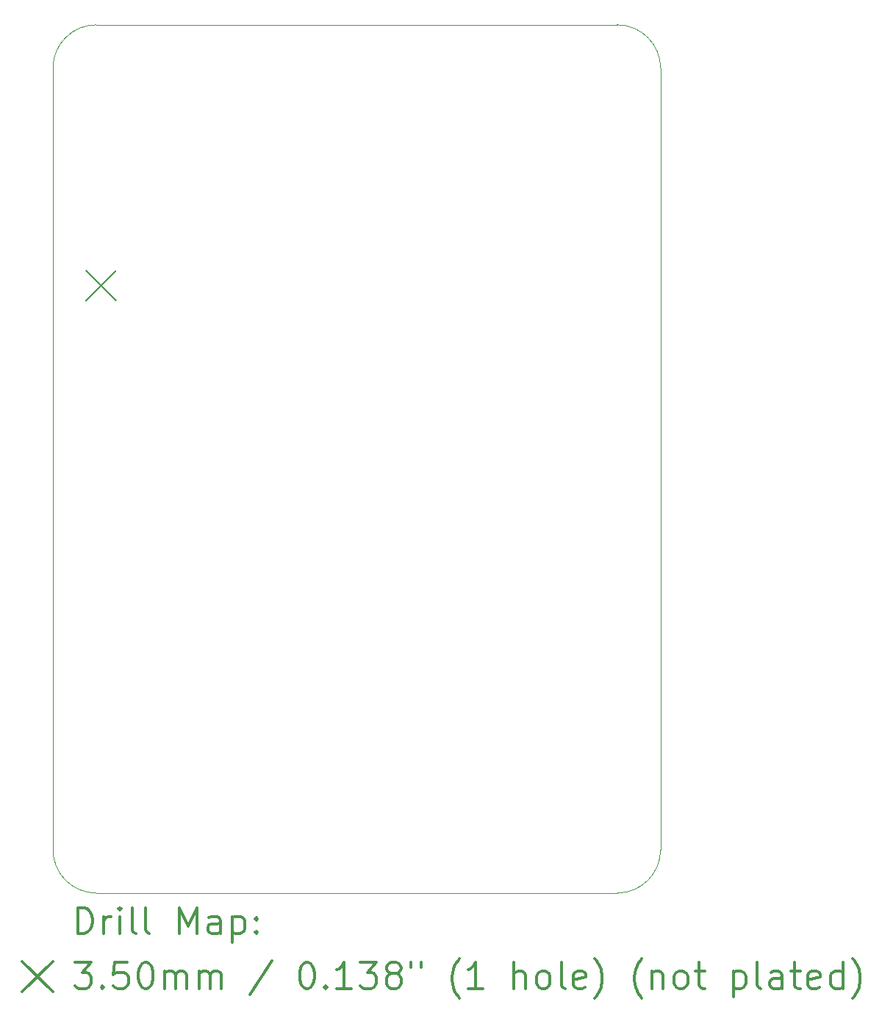
<source format=gbr>
%FSLAX45Y45*%
G04 Gerber Fmt 4.5, Leading zero omitted, Abs format (unit mm)*
G04 Created by KiCad (PCBNEW (5.1.9)-1) date 2021-08-28 00:30:39*
%MOMM*%
%LPD*%
G01*
G04 APERTURE LIST*
%TA.AperFunction,Profile*%
%ADD10C,0.050000*%
%TD*%
%ADD11C,0.200000*%
%ADD12C,0.300000*%
G04 APERTURE END LIST*
D10*
X16500000Y-5000000D02*
G75*
G02*
X17000000Y-5500000I0J-500000D01*
G01*
X17000000Y-14500000D02*
G75*
G02*
X16500000Y-15000000I-500000J0D01*
G01*
X10500000Y-15000000D02*
G75*
G02*
X10000000Y-14500000I0J500000D01*
G01*
X10000000Y-5500000D02*
G75*
G02*
X10500000Y-5000000I500000J0D01*
G01*
X10000000Y-5500000D02*
X10000000Y-14500000D01*
X16500000Y-5000000D02*
X10500000Y-5000000D01*
X17000000Y-14500000D02*
X17000000Y-5500000D01*
X10500000Y-15000000D02*
X16500000Y-15000000D01*
D11*
X10379000Y-7831000D02*
X10729000Y-8181000D01*
X10729000Y-7831000D02*
X10379000Y-8181000D01*
D12*
X10283928Y-15468214D02*
X10283928Y-15168214D01*
X10355357Y-15168214D01*
X10398214Y-15182500D01*
X10426786Y-15211071D01*
X10441071Y-15239643D01*
X10455357Y-15296786D01*
X10455357Y-15339643D01*
X10441071Y-15396786D01*
X10426786Y-15425357D01*
X10398214Y-15453929D01*
X10355357Y-15468214D01*
X10283928Y-15468214D01*
X10583928Y-15468214D02*
X10583928Y-15268214D01*
X10583928Y-15325357D02*
X10598214Y-15296786D01*
X10612500Y-15282500D01*
X10641071Y-15268214D01*
X10669643Y-15268214D01*
X10769643Y-15468214D02*
X10769643Y-15268214D01*
X10769643Y-15168214D02*
X10755357Y-15182500D01*
X10769643Y-15196786D01*
X10783928Y-15182500D01*
X10769643Y-15168214D01*
X10769643Y-15196786D01*
X10955357Y-15468214D02*
X10926786Y-15453929D01*
X10912500Y-15425357D01*
X10912500Y-15168214D01*
X11112500Y-15468214D02*
X11083928Y-15453929D01*
X11069643Y-15425357D01*
X11069643Y-15168214D01*
X11455357Y-15468214D02*
X11455357Y-15168214D01*
X11555357Y-15382500D01*
X11655357Y-15168214D01*
X11655357Y-15468214D01*
X11926786Y-15468214D02*
X11926786Y-15311071D01*
X11912500Y-15282500D01*
X11883928Y-15268214D01*
X11826786Y-15268214D01*
X11798214Y-15282500D01*
X11926786Y-15453929D02*
X11898214Y-15468214D01*
X11826786Y-15468214D01*
X11798214Y-15453929D01*
X11783928Y-15425357D01*
X11783928Y-15396786D01*
X11798214Y-15368214D01*
X11826786Y-15353929D01*
X11898214Y-15353929D01*
X11926786Y-15339643D01*
X12069643Y-15268214D02*
X12069643Y-15568214D01*
X12069643Y-15282500D02*
X12098214Y-15268214D01*
X12155357Y-15268214D01*
X12183928Y-15282500D01*
X12198214Y-15296786D01*
X12212500Y-15325357D01*
X12212500Y-15411071D01*
X12198214Y-15439643D01*
X12183928Y-15453929D01*
X12155357Y-15468214D01*
X12098214Y-15468214D01*
X12069643Y-15453929D01*
X12341071Y-15439643D02*
X12355357Y-15453929D01*
X12341071Y-15468214D01*
X12326786Y-15453929D01*
X12341071Y-15439643D01*
X12341071Y-15468214D01*
X12341071Y-15282500D02*
X12355357Y-15296786D01*
X12341071Y-15311071D01*
X12326786Y-15296786D01*
X12341071Y-15282500D01*
X12341071Y-15311071D01*
X9647500Y-15787500D02*
X9997500Y-16137500D01*
X9997500Y-15787500D02*
X9647500Y-16137500D01*
X10255357Y-15798214D02*
X10441071Y-15798214D01*
X10341071Y-15912500D01*
X10383928Y-15912500D01*
X10412500Y-15926786D01*
X10426786Y-15941071D01*
X10441071Y-15969643D01*
X10441071Y-16041071D01*
X10426786Y-16069643D01*
X10412500Y-16083929D01*
X10383928Y-16098214D01*
X10298214Y-16098214D01*
X10269643Y-16083929D01*
X10255357Y-16069643D01*
X10569643Y-16069643D02*
X10583928Y-16083929D01*
X10569643Y-16098214D01*
X10555357Y-16083929D01*
X10569643Y-16069643D01*
X10569643Y-16098214D01*
X10855357Y-15798214D02*
X10712500Y-15798214D01*
X10698214Y-15941071D01*
X10712500Y-15926786D01*
X10741071Y-15912500D01*
X10812500Y-15912500D01*
X10841071Y-15926786D01*
X10855357Y-15941071D01*
X10869643Y-15969643D01*
X10869643Y-16041071D01*
X10855357Y-16069643D01*
X10841071Y-16083929D01*
X10812500Y-16098214D01*
X10741071Y-16098214D01*
X10712500Y-16083929D01*
X10698214Y-16069643D01*
X11055357Y-15798214D02*
X11083928Y-15798214D01*
X11112500Y-15812500D01*
X11126786Y-15826786D01*
X11141071Y-15855357D01*
X11155357Y-15912500D01*
X11155357Y-15983929D01*
X11141071Y-16041071D01*
X11126786Y-16069643D01*
X11112500Y-16083929D01*
X11083928Y-16098214D01*
X11055357Y-16098214D01*
X11026786Y-16083929D01*
X11012500Y-16069643D01*
X10998214Y-16041071D01*
X10983928Y-15983929D01*
X10983928Y-15912500D01*
X10998214Y-15855357D01*
X11012500Y-15826786D01*
X11026786Y-15812500D01*
X11055357Y-15798214D01*
X11283928Y-16098214D02*
X11283928Y-15898214D01*
X11283928Y-15926786D02*
X11298214Y-15912500D01*
X11326786Y-15898214D01*
X11369643Y-15898214D01*
X11398214Y-15912500D01*
X11412500Y-15941071D01*
X11412500Y-16098214D01*
X11412500Y-15941071D02*
X11426786Y-15912500D01*
X11455357Y-15898214D01*
X11498214Y-15898214D01*
X11526786Y-15912500D01*
X11541071Y-15941071D01*
X11541071Y-16098214D01*
X11683928Y-16098214D02*
X11683928Y-15898214D01*
X11683928Y-15926786D02*
X11698214Y-15912500D01*
X11726786Y-15898214D01*
X11769643Y-15898214D01*
X11798214Y-15912500D01*
X11812500Y-15941071D01*
X11812500Y-16098214D01*
X11812500Y-15941071D02*
X11826786Y-15912500D01*
X11855357Y-15898214D01*
X11898214Y-15898214D01*
X11926786Y-15912500D01*
X11941071Y-15941071D01*
X11941071Y-16098214D01*
X12526786Y-15783929D02*
X12269643Y-16169643D01*
X12912500Y-15798214D02*
X12941071Y-15798214D01*
X12969643Y-15812500D01*
X12983928Y-15826786D01*
X12998214Y-15855357D01*
X13012500Y-15912500D01*
X13012500Y-15983929D01*
X12998214Y-16041071D01*
X12983928Y-16069643D01*
X12969643Y-16083929D01*
X12941071Y-16098214D01*
X12912500Y-16098214D01*
X12883928Y-16083929D01*
X12869643Y-16069643D01*
X12855357Y-16041071D01*
X12841071Y-15983929D01*
X12841071Y-15912500D01*
X12855357Y-15855357D01*
X12869643Y-15826786D01*
X12883928Y-15812500D01*
X12912500Y-15798214D01*
X13141071Y-16069643D02*
X13155357Y-16083929D01*
X13141071Y-16098214D01*
X13126786Y-16083929D01*
X13141071Y-16069643D01*
X13141071Y-16098214D01*
X13441071Y-16098214D02*
X13269643Y-16098214D01*
X13355357Y-16098214D02*
X13355357Y-15798214D01*
X13326786Y-15841071D01*
X13298214Y-15869643D01*
X13269643Y-15883929D01*
X13541071Y-15798214D02*
X13726786Y-15798214D01*
X13626786Y-15912500D01*
X13669643Y-15912500D01*
X13698214Y-15926786D01*
X13712500Y-15941071D01*
X13726786Y-15969643D01*
X13726786Y-16041071D01*
X13712500Y-16069643D01*
X13698214Y-16083929D01*
X13669643Y-16098214D01*
X13583928Y-16098214D01*
X13555357Y-16083929D01*
X13541071Y-16069643D01*
X13898214Y-15926786D02*
X13869643Y-15912500D01*
X13855357Y-15898214D01*
X13841071Y-15869643D01*
X13841071Y-15855357D01*
X13855357Y-15826786D01*
X13869643Y-15812500D01*
X13898214Y-15798214D01*
X13955357Y-15798214D01*
X13983928Y-15812500D01*
X13998214Y-15826786D01*
X14012500Y-15855357D01*
X14012500Y-15869643D01*
X13998214Y-15898214D01*
X13983928Y-15912500D01*
X13955357Y-15926786D01*
X13898214Y-15926786D01*
X13869643Y-15941071D01*
X13855357Y-15955357D01*
X13841071Y-15983929D01*
X13841071Y-16041071D01*
X13855357Y-16069643D01*
X13869643Y-16083929D01*
X13898214Y-16098214D01*
X13955357Y-16098214D01*
X13983928Y-16083929D01*
X13998214Y-16069643D01*
X14012500Y-16041071D01*
X14012500Y-15983929D01*
X13998214Y-15955357D01*
X13983928Y-15941071D01*
X13955357Y-15926786D01*
X14126786Y-15798214D02*
X14126786Y-15855357D01*
X14241071Y-15798214D02*
X14241071Y-15855357D01*
X14683928Y-16212500D02*
X14669643Y-16198214D01*
X14641071Y-16155357D01*
X14626786Y-16126786D01*
X14612500Y-16083929D01*
X14598214Y-16012500D01*
X14598214Y-15955357D01*
X14612500Y-15883929D01*
X14626786Y-15841071D01*
X14641071Y-15812500D01*
X14669643Y-15769643D01*
X14683928Y-15755357D01*
X14955357Y-16098214D02*
X14783928Y-16098214D01*
X14869643Y-16098214D02*
X14869643Y-15798214D01*
X14841071Y-15841071D01*
X14812500Y-15869643D01*
X14783928Y-15883929D01*
X15312500Y-16098214D02*
X15312500Y-15798214D01*
X15441071Y-16098214D02*
X15441071Y-15941071D01*
X15426786Y-15912500D01*
X15398214Y-15898214D01*
X15355357Y-15898214D01*
X15326786Y-15912500D01*
X15312500Y-15926786D01*
X15626786Y-16098214D02*
X15598214Y-16083929D01*
X15583928Y-16069643D01*
X15569643Y-16041071D01*
X15569643Y-15955357D01*
X15583928Y-15926786D01*
X15598214Y-15912500D01*
X15626786Y-15898214D01*
X15669643Y-15898214D01*
X15698214Y-15912500D01*
X15712500Y-15926786D01*
X15726786Y-15955357D01*
X15726786Y-16041071D01*
X15712500Y-16069643D01*
X15698214Y-16083929D01*
X15669643Y-16098214D01*
X15626786Y-16098214D01*
X15898214Y-16098214D02*
X15869643Y-16083929D01*
X15855357Y-16055357D01*
X15855357Y-15798214D01*
X16126786Y-16083929D02*
X16098214Y-16098214D01*
X16041071Y-16098214D01*
X16012500Y-16083929D01*
X15998214Y-16055357D01*
X15998214Y-15941071D01*
X16012500Y-15912500D01*
X16041071Y-15898214D01*
X16098214Y-15898214D01*
X16126786Y-15912500D01*
X16141071Y-15941071D01*
X16141071Y-15969643D01*
X15998214Y-15998214D01*
X16241071Y-16212500D02*
X16255357Y-16198214D01*
X16283928Y-16155357D01*
X16298214Y-16126786D01*
X16312500Y-16083929D01*
X16326786Y-16012500D01*
X16326786Y-15955357D01*
X16312500Y-15883929D01*
X16298214Y-15841071D01*
X16283928Y-15812500D01*
X16255357Y-15769643D01*
X16241071Y-15755357D01*
X16783928Y-16212500D02*
X16769643Y-16198214D01*
X16741071Y-16155357D01*
X16726786Y-16126786D01*
X16712500Y-16083929D01*
X16698214Y-16012500D01*
X16698214Y-15955357D01*
X16712500Y-15883929D01*
X16726786Y-15841071D01*
X16741071Y-15812500D01*
X16769643Y-15769643D01*
X16783928Y-15755357D01*
X16898214Y-15898214D02*
X16898214Y-16098214D01*
X16898214Y-15926786D02*
X16912500Y-15912500D01*
X16941071Y-15898214D01*
X16983928Y-15898214D01*
X17012500Y-15912500D01*
X17026786Y-15941071D01*
X17026786Y-16098214D01*
X17212500Y-16098214D02*
X17183928Y-16083929D01*
X17169643Y-16069643D01*
X17155357Y-16041071D01*
X17155357Y-15955357D01*
X17169643Y-15926786D01*
X17183928Y-15912500D01*
X17212500Y-15898214D01*
X17255357Y-15898214D01*
X17283928Y-15912500D01*
X17298214Y-15926786D01*
X17312500Y-15955357D01*
X17312500Y-16041071D01*
X17298214Y-16069643D01*
X17283928Y-16083929D01*
X17255357Y-16098214D01*
X17212500Y-16098214D01*
X17398214Y-15898214D02*
X17512500Y-15898214D01*
X17441071Y-15798214D02*
X17441071Y-16055357D01*
X17455357Y-16083929D01*
X17483928Y-16098214D01*
X17512500Y-16098214D01*
X17841071Y-15898214D02*
X17841071Y-16198214D01*
X17841071Y-15912500D02*
X17869643Y-15898214D01*
X17926786Y-15898214D01*
X17955357Y-15912500D01*
X17969643Y-15926786D01*
X17983928Y-15955357D01*
X17983928Y-16041071D01*
X17969643Y-16069643D01*
X17955357Y-16083929D01*
X17926786Y-16098214D01*
X17869643Y-16098214D01*
X17841071Y-16083929D01*
X18155357Y-16098214D02*
X18126786Y-16083929D01*
X18112500Y-16055357D01*
X18112500Y-15798214D01*
X18398214Y-16098214D02*
X18398214Y-15941071D01*
X18383928Y-15912500D01*
X18355357Y-15898214D01*
X18298214Y-15898214D01*
X18269643Y-15912500D01*
X18398214Y-16083929D02*
X18369643Y-16098214D01*
X18298214Y-16098214D01*
X18269643Y-16083929D01*
X18255357Y-16055357D01*
X18255357Y-16026786D01*
X18269643Y-15998214D01*
X18298214Y-15983929D01*
X18369643Y-15983929D01*
X18398214Y-15969643D01*
X18498214Y-15898214D02*
X18612500Y-15898214D01*
X18541071Y-15798214D02*
X18541071Y-16055357D01*
X18555357Y-16083929D01*
X18583928Y-16098214D01*
X18612500Y-16098214D01*
X18826786Y-16083929D02*
X18798214Y-16098214D01*
X18741071Y-16098214D01*
X18712500Y-16083929D01*
X18698214Y-16055357D01*
X18698214Y-15941071D01*
X18712500Y-15912500D01*
X18741071Y-15898214D01*
X18798214Y-15898214D01*
X18826786Y-15912500D01*
X18841071Y-15941071D01*
X18841071Y-15969643D01*
X18698214Y-15998214D01*
X19098214Y-16098214D02*
X19098214Y-15798214D01*
X19098214Y-16083929D02*
X19069643Y-16098214D01*
X19012500Y-16098214D01*
X18983928Y-16083929D01*
X18969643Y-16069643D01*
X18955357Y-16041071D01*
X18955357Y-15955357D01*
X18969643Y-15926786D01*
X18983928Y-15912500D01*
X19012500Y-15898214D01*
X19069643Y-15898214D01*
X19098214Y-15912500D01*
X19212500Y-16212500D02*
X19226786Y-16198214D01*
X19255357Y-16155357D01*
X19269643Y-16126786D01*
X19283928Y-16083929D01*
X19298214Y-16012500D01*
X19298214Y-15955357D01*
X19283928Y-15883929D01*
X19269643Y-15841071D01*
X19255357Y-15812500D01*
X19226786Y-15769643D01*
X19212500Y-15755357D01*
M02*

</source>
